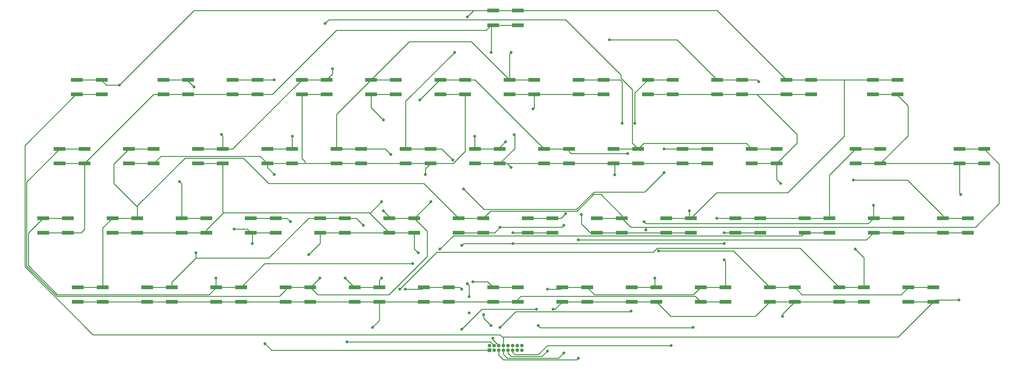
<source format=gbl>
G04 #@! TF.GenerationSoftware,KiCad,Pcbnew,(5.1.10)-1*
G04 #@! TF.CreationDate,2022-01-19T11:14:15-05:00*
G04 #@! TF.ProjectId,CoCo1SwitchBoard,436f436f-3153-4776-9974-6368426f6172,1.0*
G04 #@! TF.SameCoordinates,Original*
G04 #@! TF.FileFunction,Copper,L2,Bot*
G04 #@! TF.FilePolarity,Positive*
%FSLAX46Y46*%
G04 Gerber Fmt 4.6, Leading zero omitted, Abs format (unit mm)*
G04 Created by KiCad (PCBNEW (5.1.10)-1) date 2022-01-19 11:14:15*
%MOMM*%
%LPD*%
G01*
G04 APERTURE LIST*
G04 #@! TA.AperFunction,ComponentPad*
%ADD10O,1.000000X1.000000*%
G04 #@! TD*
G04 #@! TA.AperFunction,ComponentPad*
%ADD11R,1.000000X1.000000*%
G04 #@! TD*
G04 #@! TA.AperFunction,SMDPad,CuDef*
%ADD12R,3.200000X1.000000*%
G04 #@! TD*
G04 #@! TA.AperFunction,ViaPad*
%ADD13C,0.800000*%
G04 #@! TD*
G04 #@! TA.AperFunction,Conductor*
%ADD14C,0.250000*%
G04 #@! TD*
G04 APERTURE END LIST*
D10*
X144449800Y-2030000D03*
X144449800Y-3300000D03*
X143179800Y-2030000D03*
X143179800Y-3300000D03*
X141909800Y-2030000D03*
X141909800Y-3300000D03*
X140639800Y-2030000D03*
X140639800Y-3300000D03*
X139369800Y-2030000D03*
X139369800Y-3300000D03*
X138099800Y-2030000D03*
X138099800Y-3300000D03*
X136829800Y-2030000D03*
X136829800Y-3300000D03*
X135559800Y-2030000D03*
D11*
X135559800Y-3300000D03*
D12*
X247650000Y71000000D03*
X240850000Y71000000D03*
X240850000Y67000000D03*
X247650000Y67000000D03*
X29150000Y71000000D03*
X22350000Y71000000D03*
X22350000Y67000000D03*
X29150000Y67000000D03*
X223900000Y71000000D03*
X217100000Y71000000D03*
X217100000Y67000000D03*
X223900000Y67000000D03*
X143400000Y14000000D03*
X136600000Y14000000D03*
X136600000Y10000000D03*
X143400000Y10000000D03*
X143400000Y90000000D03*
X136600000Y90000000D03*
X136600000Y86000000D03*
X143400000Y86000000D03*
X57900000Y33000000D03*
X51100000Y33000000D03*
X51100000Y29000000D03*
X57900000Y29000000D03*
X190900000Y33000000D03*
X184100000Y33000000D03*
X184100000Y29000000D03*
X190900000Y29000000D03*
X119400000Y52000000D03*
X112600000Y52000000D03*
X112600000Y48000000D03*
X119400000Y48000000D03*
X204900000Y71000000D03*
X198100000Y71000000D03*
X198100000Y67000000D03*
X204900000Y67000000D03*
X124400000Y14000000D03*
X117600000Y14000000D03*
X117600000Y10000000D03*
X124400000Y10000000D03*
X266900000Y33000000D03*
X260100000Y33000000D03*
X260100000Y29000000D03*
X266900000Y29000000D03*
X109900000Y71000000D03*
X103100000Y71000000D03*
X103100000Y67000000D03*
X109900000Y67000000D03*
X147900000Y71000000D03*
X141100000Y71000000D03*
X141100000Y67000000D03*
X147900000Y67000000D03*
X100400000Y52000000D03*
X93600000Y52000000D03*
X93600000Y48000000D03*
X100400000Y48000000D03*
X238400000Y14000000D03*
X231600000Y14000000D03*
X231600000Y10000000D03*
X238400000Y10000000D03*
X105400000Y14000000D03*
X98600000Y14000000D03*
X98600000Y10000000D03*
X105400000Y10000000D03*
X247900000Y33000000D03*
X241100000Y33000000D03*
X241100000Y29000000D03*
X247900000Y29000000D03*
X152900000Y33000000D03*
X146100000Y33000000D03*
X146100000Y29000000D03*
X152900000Y29000000D03*
X166900000Y71000000D03*
X160100000Y71000000D03*
X160100000Y67000000D03*
X166900000Y67000000D03*
X76900000Y33000000D03*
X70100000Y33000000D03*
X70100000Y29000000D03*
X76900000Y29000000D03*
X185900000Y71000000D03*
X179100000Y71000000D03*
X179100000Y67000000D03*
X185900000Y67000000D03*
X86400000Y14000000D03*
X79600000Y14000000D03*
X79600000Y10000000D03*
X86400000Y10000000D03*
X24400000Y52000000D03*
X17600000Y52000000D03*
X17600000Y48000000D03*
X24400000Y48000000D03*
X114900000Y33000000D03*
X108100000Y33000000D03*
X108100000Y29000000D03*
X114900000Y29000000D03*
X195400000Y52000000D03*
X188600000Y52000000D03*
X188600000Y48000000D03*
X195400000Y48000000D03*
X81400000Y52000000D03*
X74600000Y52000000D03*
X74600000Y48000000D03*
X81400000Y48000000D03*
X214400000Y52000000D03*
X207600000Y52000000D03*
X207600000Y48000000D03*
X214400000Y48000000D03*
X67400000Y14000000D03*
X60600000Y14000000D03*
X60600000Y10000000D03*
X67400000Y10000000D03*
X19900000Y33000000D03*
X13100000Y33000000D03*
X13100000Y29000000D03*
X19900000Y29000000D03*
X62400000Y52000000D03*
X55600000Y52000000D03*
X55600000Y48000000D03*
X62400000Y48000000D03*
X176400000Y52000000D03*
X169600000Y52000000D03*
X169600000Y48000000D03*
X176400000Y48000000D03*
X90900000Y71000000D03*
X84100000Y71000000D03*
X84100000Y67000000D03*
X90900000Y67000000D03*
X257400000Y14000000D03*
X250600000Y14000000D03*
X250600000Y10000000D03*
X257400000Y10000000D03*
X219400000Y14000000D03*
X212600000Y14000000D03*
X212600000Y10000000D03*
X219400000Y10000000D03*
X48400000Y14000000D03*
X41600000Y14000000D03*
X41600000Y10000000D03*
X48400000Y10000000D03*
X52900000Y71000000D03*
X46100000Y71000000D03*
X46100000Y67000000D03*
X52900000Y67000000D03*
X95900000Y33000000D03*
X89100000Y33000000D03*
X89100000Y29000000D03*
X95900000Y29000000D03*
X157400000Y52000000D03*
X150600000Y52000000D03*
X150600000Y48000000D03*
X157400000Y48000000D03*
X128900000Y71000000D03*
X122100000Y71000000D03*
X122100000Y67000000D03*
X128900000Y67000000D03*
X271400000Y52000000D03*
X264600000Y52000000D03*
X264600000Y48000000D03*
X271400000Y48000000D03*
X181400000Y14000000D03*
X174600000Y14000000D03*
X174600000Y10000000D03*
X181400000Y10000000D03*
X29400000Y14000000D03*
X22600000Y14000000D03*
X22600000Y10000000D03*
X29400000Y10000000D03*
X133900000Y33000000D03*
X127100000Y33000000D03*
X127100000Y29000000D03*
X133900000Y29000000D03*
X38900000Y33000000D03*
X32100000Y33000000D03*
X32100000Y29000000D03*
X38900000Y29000000D03*
X171900000Y33000000D03*
X165100000Y33000000D03*
X165100000Y29000000D03*
X171900000Y29000000D03*
X43400000Y52000000D03*
X36600000Y52000000D03*
X36600000Y48000000D03*
X43400000Y48000000D03*
X242900000Y52000000D03*
X236100000Y52000000D03*
X236100000Y48000000D03*
X242900000Y48000000D03*
X162400000Y14000000D03*
X155600000Y14000000D03*
X155600000Y10000000D03*
X162400000Y10000000D03*
X200400000Y14000000D03*
X193600000Y14000000D03*
X193600000Y10000000D03*
X200400000Y10000000D03*
X71900000Y71000000D03*
X65100000Y71000000D03*
X65100000Y67000000D03*
X71900000Y67000000D03*
X209900000Y33000000D03*
X203100000Y33000000D03*
X203100000Y29000000D03*
X209900000Y29000000D03*
X138400000Y52000000D03*
X131600000Y52000000D03*
X131600000Y48000000D03*
X138400000Y48000000D03*
X228900000Y33000000D03*
X222100000Y33000000D03*
X222100000Y29000000D03*
X228900000Y29000000D03*
D13*
X50500000Y43000000D03*
X34000000Y69500000D03*
X126000000Y78500000D03*
X125500000Y49000000D03*
X131000000Y15500000D03*
X129500000Y88225010D03*
X149000000Y3500000D03*
X191500000Y3000000D03*
X190500000Y35000000D03*
X235500000Y43500000D03*
X209500000Y70500000D03*
X108500000Y50500000D03*
X112500000Y13500000D03*
X128000000Y13500000D03*
X168500000Y82000000D03*
X141500000Y78500000D03*
X172000000Y59000000D03*
X178000000Y32000000D03*
X81000000Y32000000D03*
X96000000Y16500000D03*
X106000000Y16500000D03*
X236000000Y24500000D03*
X241000000Y36500000D03*
X111000000Y13500000D03*
X156500000Y34224979D03*
X175500000Y59000000D03*
X183500000Y52000000D03*
X81500000Y55500000D03*
X106500000Y35000000D03*
X119500000Y37500000D03*
X128500000Y41000000D03*
X183500000Y45500000D03*
X89000000Y16500000D03*
X62000000Y56000000D03*
X60500000Y16500000D03*
X90500000Y86500000D03*
X92500000Y74000000D03*
X114500000Y20500000D03*
X129500000Y15000000D03*
X130000000Y11500000D03*
X130000000Y7000000D03*
X136000000Y3500000D03*
X134000000Y6500000D03*
X55000000Y23500000D03*
X54500000Y69000000D03*
X101000000Y31000000D03*
X116500000Y65500000D03*
X182000000Y24000000D03*
X185500000Y-2000000D03*
X173500000Y50725010D03*
X138500000Y3000000D03*
X174500000Y7500000D03*
X181000000Y16500000D03*
X178500000Y29725000D03*
X76500000Y71000000D03*
X131500000Y55500000D03*
X200000000Y21500000D03*
X198000000Y33000000D03*
X140000000Y54000000D03*
X151500000Y13500000D03*
X151500000Y-3500000D03*
X265000000Y39500000D03*
X264500000Y10500000D03*
X156000000Y-4000000D03*
X153000000Y8000000D03*
X215500000Y42500000D03*
X216000000Y6000000D03*
X136500000Y0D03*
X103500000Y3000000D03*
X136000000Y78500000D03*
X138500000Y30500000D03*
X160000000Y-5500000D03*
X156000000Y31000000D03*
X160000000Y27000000D03*
X106500000Y60000000D03*
X106000000Y37500000D03*
X96500000Y-1000000D03*
X86000000Y23000000D03*
X200000000Y29000000D03*
X200000000Y26000000D03*
X142000000Y26000000D03*
X142000000Y29000000D03*
X116000000Y23500000D03*
X128000000Y25500000D03*
X147500000Y63000000D03*
X128000000Y2500000D03*
X148500000Y8000000D03*
X142349845Y55875165D03*
X170000000Y44874990D03*
X141500000Y46925010D03*
X160800000Y34000000D03*
X76500000Y45000000D03*
X65500000Y30000000D03*
X74000000Y-1500000D03*
X70500000Y26000000D03*
X122000000Y24500000D03*
X118000000Y45000000D03*
D14*
X142900000Y90000000D02*
X136100000Y90000000D01*
X51100000Y33000000D02*
X57900000Y33000000D01*
X28900000Y71000000D02*
X22100000Y71000000D01*
X112600000Y52000000D02*
X119400000Y52000000D01*
X143400000Y14000000D02*
X136600000Y14000000D01*
X184100000Y33000000D02*
X190900000Y33000000D01*
X51100000Y42400000D02*
X50500000Y43000000D01*
X51100000Y33000000D02*
X51100000Y42400000D01*
X30400000Y69500000D02*
X28900000Y71000000D01*
X34000000Y69500000D02*
X30400000Y69500000D01*
X198100000Y90000000D02*
X217100000Y71000000D01*
X142900000Y90000000D02*
X198100000Y90000000D01*
X217500000Y40000000D02*
X233000000Y55500000D01*
X233000000Y55500000D02*
X233000000Y71000000D01*
X197900000Y40000000D02*
X217500000Y40000000D01*
X190900000Y33000000D02*
X197900000Y40000000D01*
X233000000Y71000000D02*
X217100000Y71000000D01*
X247400000Y71000000D02*
X233000000Y71000000D01*
X54500000Y90000000D02*
X34000000Y69500000D01*
X136100000Y90000000D02*
X54500000Y90000000D01*
X112600000Y65100000D02*
X126000000Y78500000D01*
X112600000Y52000000D02*
X112600000Y65100000D01*
X122500000Y52000000D02*
X125500000Y49000000D01*
X119400000Y52000000D02*
X122500000Y52000000D01*
X135100000Y15500000D02*
X136600000Y14000000D01*
X131000000Y15500000D02*
X135100000Y15500000D01*
X136100000Y90000000D02*
X131274990Y90000000D01*
X131274990Y90000000D02*
X129500000Y88225010D01*
X191445411Y2945411D02*
X191500000Y3000000D01*
X149554589Y2945411D02*
X191445411Y2945411D01*
X149000000Y3500000D02*
X149554589Y2945411D01*
X190500000Y33400000D02*
X190900000Y33000000D01*
X190500000Y35000000D02*
X190500000Y33400000D01*
X266900000Y33000000D02*
X260100000Y33000000D01*
X204900000Y71000000D02*
X198100000Y71000000D01*
X147900000Y71000000D02*
X141100000Y71000000D01*
X100400000Y52000000D02*
X93600000Y52000000D01*
X117600000Y14000000D02*
X124400000Y14000000D01*
X103100000Y71000000D02*
X109900000Y71000000D01*
X250350000Y43500000D02*
X235500000Y43500000D01*
X260100000Y33750000D02*
X250350000Y43500000D01*
X260100000Y33000000D02*
X260100000Y33750000D01*
X209000000Y71000000D02*
X204900000Y71000000D01*
X209500000Y70500000D02*
X209000000Y71000000D01*
X93600000Y61500000D02*
X93600000Y52000000D01*
X103100000Y71000000D02*
X93600000Y61500000D01*
X113600000Y81500000D02*
X103100000Y71000000D01*
X130600000Y81500000D02*
X113600000Y81500000D01*
X141100000Y71000000D02*
X130600000Y81500000D01*
X107000000Y52000000D02*
X108500000Y50500000D01*
X100400000Y52000000D02*
X107000000Y52000000D01*
X117100000Y13500000D02*
X117600000Y14000000D01*
X112500000Y13500000D02*
X117100000Y13500000D01*
X127500000Y14000000D02*
X128000000Y13500000D01*
X124400000Y14000000D02*
X127500000Y14000000D01*
X187100000Y82000000D02*
X168500000Y82000000D01*
X198100000Y71000000D02*
X187100000Y82000000D01*
X141100000Y78100000D02*
X141100000Y71000000D01*
X141500000Y78500000D02*
X141100000Y78100000D01*
X70100000Y33000000D02*
X76900000Y33000000D01*
X166900000Y71000000D02*
X160100000Y71000000D01*
X247900000Y33000000D02*
X241100000Y33000000D01*
X238400000Y14000000D02*
X231600000Y14000000D01*
X98600000Y14000000D02*
X105400000Y14000000D01*
X152900000Y33000000D02*
X146100000Y33000000D01*
X178500000Y31500000D02*
X178000000Y32000000D01*
X239600000Y31500000D02*
X178500000Y31500000D01*
X241100000Y33000000D02*
X239600000Y31500000D01*
X80000000Y33000000D02*
X81000000Y32000000D01*
X76900000Y33000000D02*
X80000000Y33000000D01*
X98500000Y14000000D02*
X98600000Y14000000D01*
X96000000Y16500000D02*
X98500000Y14000000D01*
X172000000Y70500000D02*
X172000000Y59000000D01*
X166900000Y71000000D02*
X171500000Y71000000D01*
X171500000Y71000000D02*
X172000000Y70500000D01*
X105400000Y15900000D02*
X106000000Y16500000D01*
X105400000Y14000000D02*
X105400000Y15900000D01*
X238400000Y22100000D02*
X236000000Y24500000D01*
X238400000Y14000000D02*
X238400000Y22100000D01*
X241000000Y33100000D02*
X241100000Y33000000D01*
X241000000Y36500000D02*
X241000000Y33100000D01*
X121151999Y23651999D02*
X111000000Y13500000D01*
X180578997Y23651999D02*
X121151999Y23651999D01*
X220874999Y24725001D02*
X181651999Y24725001D01*
X181651999Y24725001D02*
X180578997Y23651999D01*
X231600000Y14000000D02*
X220874999Y24725001D01*
X152900000Y33000000D02*
X155275021Y33000000D01*
X155275021Y33000000D02*
X156500000Y34224979D01*
X179100000Y71000000D02*
X185900000Y71000000D01*
X24400000Y52000000D02*
X17600000Y52000000D01*
X74600000Y52000000D02*
X81400000Y52000000D01*
X108100000Y33000000D02*
X114900000Y33000000D01*
X195400000Y52000000D02*
X188600000Y52000000D01*
X79600000Y14000000D02*
X86400000Y14000000D01*
X17600000Y52000000D02*
X8500000Y42900000D01*
X8500000Y42900000D02*
X8500000Y19863589D01*
X8500000Y19863589D02*
X16813600Y11549989D01*
X16813600Y11549989D02*
X77899989Y11549989D01*
X77899989Y11549989D02*
X79600000Y13250000D01*
X79600000Y13250000D02*
X79600000Y14000000D01*
X175500000Y67400000D02*
X175500000Y59000000D01*
X179100000Y71000000D02*
X175500000Y67400000D01*
X183500000Y52000000D02*
X188600000Y52000000D01*
X81400000Y55400000D02*
X81500000Y55500000D01*
X81400000Y52000000D02*
X81400000Y55400000D01*
X108100000Y33400000D02*
X108100000Y33000000D01*
X106500000Y35000000D02*
X108100000Y33400000D01*
X115000000Y33000000D02*
X119500000Y37500000D01*
X114900000Y33000000D02*
X115000000Y33000000D01*
X118500000Y22500000D02*
X118500000Y29400000D01*
X118500000Y29400000D02*
X114900000Y33000000D01*
X108000000Y12000000D02*
X118500000Y22500000D01*
X88400000Y12000000D02*
X108000000Y12000000D01*
X86400000Y14000000D02*
X88400000Y12000000D01*
X86500000Y14000000D02*
X89000000Y16500000D01*
X86400000Y14000000D02*
X86500000Y14000000D01*
X134100000Y35400000D02*
X159490585Y35400000D01*
X183100001Y45100001D02*
X183500000Y45500000D01*
X159490585Y35400000D02*
X164265597Y40175012D01*
X164265597Y40175012D02*
X178175012Y40175012D01*
X178175012Y40175012D02*
X183100001Y45100001D01*
X128500000Y41000000D02*
X134100000Y35400000D01*
X67400000Y14000000D02*
X60600000Y14000000D01*
X62400000Y52000000D02*
X55600000Y52000000D01*
X19900000Y33000000D02*
X13100000Y33000000D01*
X84100000Y71000000D02*
X90900000Y71000000D01*
X214400000Y52000000D02*
X207600000Y52000000D01*
X176400000Y52000000D02*
X169600000Y52000000D01*
X58600000Y12000000D02*
X60600000Y14000000D01*
X17000000Y12000000D02*
X58600000Y12000000D01*
X9000000Y20000000D02*
X17000000Y12000000D01*
X9000000Y28900000D02*
X9000000Y20000000D01*
X13100000Y33000000D02*
X9000000Y28900000D01*
X65100000Y52000000D02*
X84100000Y71000000D01*
X62400000Y52000000D02*
X65100000Y52000000D01*
X177900000Y53500000D02*
X176400000Y52000000D01*
X206100000Y53500000D02*
X177900000Y53500000D01*
X207600000Y52000000D02*
X206100000Y53500000D01*
X62400000Y55600000D02*
X62000000Y56000000D01*
X62400000Y52000000D02*
X62400000Y55600000D01*
X60500000Y14100000D02*
X60600000Y14000000D01*
X60500000Y16500000D02*
X60500000Y14100000D01*
X92500000Y72600000D02*
X90900000Y71000000D01*
X92500000Y74000000D02*
X92500000Y72600000D01*
X91500000Y87500000D02*
X90500000Y86500000D01*
X156500000Y87500000D02*
X91500000Y87500000D01*
X171686400Y72313600D02*
X156500000Y87500000D01*
X174774999Y68361412D02*
X171686400Y71450011D01*
X174774999Y53625001D02*
X174774999Y68361412D01*
X171686400Y71450011D02*
X171686400Y72313600D01*
X176400000Y52000000D02*
X174774999Y53625001D01*
X73900000Y20500000D02*
X114500000Y20500000D01*
X67400000Y14000000D02*
X73900000Y20500000D01*
X130000000Y14500000D02*
X130000000Y11500000D01*
X129500000Y15000000D02*
X130000000Y14500000D01*
X134000000Y5500000D02*
X134000000Y6500000D01*
X136000000Y3500000D02*
X134000000Y5500000D01*
X122100000Y71000000D02*
X128900000Y71000000D01*
X52900000Y71000000D02*
X46100000Y71000000D01*
X89100000Y33000000D02*
X95900000Y33000000D01*
X48400000Y14000000D02*
X41600000Y14000000D01*
X157400000Y52000000D02*
X150600000Y52000000D01*
X257400000Y14000000D02*
X250600000Y14000000D01*
X219400000Y14000000D02*
X212600000Y14000000D01*
X48400000Y14000000D02*
X48400000Y15400000D01*
X48400000Y15400000D02*
X55000000Y22000000D01*
X55000000Y22000000D02*
X75000000Y22000000D01*
X86000000Y33000000D02*
X89100000Y33000000D01*
X75000000Y22000000D02*
X86000000Y33000000D01*
X55000000Y22000000D02*
X55000000Y23500000D01*
X52900000Y70600000D02*
X52900000Y71000000D01*
X54500000Y69000000D02*
X52900000Y70600000D01*
X131600000Y71000000D02*
X150600000Y52000000D01*
X128900000Y71000000D02*
X131600000Y71000000D01*
X99000000Y33000000D02*
X101000000Y31000000D01*
X95900000Y33000000D02*
X99000000Y33000000D01*
X122000000Y71000000D02*
X122100000Y71000000D01*
X116500000Y65500000D02*
X122000000Y71000000D01*
X202600000Y24000000D02*
X182000000Y24000000D01*
X212600000Y14000000D02*
X202600000Y24000000D01*
X151500000Y-2000000D02*
X185500000Y-2000000D01*
X142500000Y-4500000D02*
X149000000Y-4500000D01*
X141909800Y-3909800D02*
X142500000Y-4500000D01*
X149000000Y-4500000D02*
X151500000Y-2000000D01*
X141909800Y-3300000D02*
X141909800Y-3909800D01*
X221400000Y12000000D02*
X219400000Y14000000D01*
X248600000Y12000000D02*
X221400000Y12000000D01*
X250600000Y14000000D02*
X248600000Y12000000D01*
X157400000Y52000000D02*
X157400000Y51250000D01*
X157400000Y51250000D02*
X157924990Y50725010D01*
X157924990Y50725010D02*
X173500000Y50725010D01*
X38900000Y33000000D02*
X32100000Y33000000D01*
X29400000Y14000000D02*
X22600000Y14000000D01*
X36600000Y52000000D02*
X43400000Y52000000D01*
X264600000Y52000000D02*
X271400000Y52000000D01*
X181400000Y14000000D02*
X174600000Y14000000D01*
X171900000Y33000000D02*
X165100000Y33000000D01*
X133900000Y33000000D02*
X127100000Y33000000D01*
X29400000Y30300000D02*
X32100000Y33000000D01*
X29400000Y14000000D02*
X29400000Y30300000D01*
X117600000Y42500000D02*
X127100000Y33000000D01*
X75000000Y42500000D02*
X117600000Y42500000D01*
X52000000Y49500000D02*
X68000000Y49500000D01*
X38900000Y36400000D02*
X52000000Y49500000D01*
X68000000Y49500000D02*
X75000000Y42500000D01*
X38900000Y33000000D02*
X38900000Y36400000D01*
X32500000Y47900000D02*
X36600000Y52000000D01*
X32500000Y42500000D02*
X32500000Y47900000D01*
X38900000Y36100000D02*
X32500000Y42500000D01*
X38900000Y33000000D02*
X38900000Y36100000D01*
X174274999Y7274999D02*
X174500000Y7500000D01*
X142774999Y7274999D02*
X174274999Y7274999D01*
X138500000Y3000000D02*
X142774999Y7274999D01*
X181000000Y14400000D02*
X181400000Y14000000D01*
X181000000Y16500000D02*
X181000000Y14400000D01*
X174400000Y30500000D02*
X171900000Y33000000D01*
X275500000Y37000000D02*
X269000000Y30500000D01*
X275500000Y47900000D02*
X275500000Y37000000D01*
X271400000Y52000000D02*
X275500000Y47900000D01*
X178500000Y30500000D02*
X178500000Y29725000D01*
X269000000Y30500000D02*
X178500000Y30500000D01*
X178500000Y30500000D02*
X174400000Y30500000D01*
X171900000Y33750000D02*
X171900000Y33000000D01*
X159676985Y34949989D02*
X164251998Y39525002D01*
X135849989Y34949989D02*
X159676985Y34949989D01*
X164251998Y39525002D02*
X166124998Y39525002D01*
X166124998Y39525002D02*
X171900000Y33750000D01*
X133900000Y33000000D02*
X135849989Y34949989D01*
X65100000Y71000000D02*
X71900000Y71000000D01*
X138400000Y52000000D02*
X131600000Y52000000D01*
X242900000Y52000000D02*
X236100000Y52000000D01*
X228900000Y33000000D02*
X203100000Y33000000D01*
X200400000Y14000000D02*
X193600000Y14000000D01*
X162400000Y14000000D02*
X155600000Y14000000D01*
X71900000Y71000000D02*
X76500000Y71000000D01*
X131500000Y52100000D02*
X131600000Y52000000D01*
X131500000Y55500000D02*
X131500000Y52100000D01*
X228900000Y44800000D02*
X228900000Y33000000D01*
X236100000Y52000000D02*
X228900000Y44800000D01*
X164400000Y12000000D02*
X191600000Y12000000D01*
X162400000Y14000000D02*
X164400000Y12000000D01*
X191600000Y12000000D02*
X193600000Y14000000D01*
X200400000Y21100000D02*
X200000000Y21500000D01*
X200400000Y14000000D02*
X200400000Y21100000D01*
X198000000Y33000000D02*
X203100000Y33000000D01*
X138400000Y52400000D02*
X140000000Y54000000D01*
X138400000Y52000000D02*
X138400000Y52400000D01*
X155100000Y13500000D02*
X155600000Y14000000D01*
X151500000Y13500000D02*
X155100000Y13500000D01*
X150000000Y-5000000D02*
X151500000Y-3500000D01*
X140639800Y-3300000D02*
X140639800Y-4139800D01*
X140639800Y-4139800D02*
X141500000Y-5000000D01*
X141500000Y-5000000D02*
X150000000Y-5000000D01*
X247400000Y67000000D02*
X240600000Y67000000D01*
X271400000Y48000000D02*
X236100000Y48000000D01*
X28900000Y67000000D02*
X22100000Y67000000D01*
X257400000Y10000000D02*
X250600000Y10000000D01*
X139369800Y130200D02*
X139369800Y-2030000D01*
X138500000Y1000000D02*
X139369800Y130200D01*
X26727179Y1000000D02*
X138500000Y1000000D01*
X8049991Y19677188D02*
X26727179Y1000000D01*
X8049991Y52949991D02*
X8049991Y19677188D01*
X22100000Y67000000D02*
X8049991Y52949991D01*
X250500000Y63900000D02*
X247400000Y67000000D01*
X250500000Y55600000D02*
X250500000Y63900000D01*
X242900000Y48000000D02*
X250500000Y55600000D01*
X264600000Y39900000D02*
X265000000Y39500000D01*
X264600000Y48000000D02*
X264600000Y39900000D01*
X257900000Y10500000D02*
X257400000Y10000000D01*
X264500000Y10500000D02*
X257900000Y10500000D01*
X139369800Y130200D02*
X139369800Y369800D01*
X247769800Y369800D02*
X257400000Y10000000D01*
X139369800Y369800D02*
X247769800Y369800D01*
X223900000Y67000000D02*
X179100000Y67000000D01*
X238400000Y10000000D02*
X212600000Y10000000D01*
X214400000Y48000000D02*
X207600000Y48000000D01*
X181400000Y10000000D02*
X155600000Y10000000D01*
X204900000Y67000000D02*
X209000000Y67000000D01*
X209000000Y67000000D02*
X220000000Y56000000D01*
X220000000Y53600000D02*
X214400000Y48000000D01*
X220000000Y56000000D02*
X220000000Y53600000D01*
X153600000Y8000000D02*
X155600000Y10000000D01*
X153000000Y8000000D02*
X153600000Y8000000D01*
X155600001Y-4399999D02*
X156000000Y-4000000D01*
X154549989Y-5450011D02*
X155600001Y-4399999D01*
X140450011Y-5450011D02*
X154549989Y-5450011D01*
X139369800Y-3300000D02*
X139369800Y-4369800D01*
X139369800Y-4369800D02*
X140450011Y-5450011D01*
X185400000Y6000000D02*
X181400000Y10000000D01*
X208600000Y6000000D02*
X185400000Y6000000D01*
X212600000Y10000000D02*
X208600000Y6000000D01*
X214400000Y43600000D02*
X215500000Y42500000D01*
X214400000Y48000000D02*
X214400000Y43600000D01*
X216000000Y6600000D02*
X219400000Y10000000D01*
X216000000Y6000000D02*
X216000000Y6600000D01*
X22600000Y10000000D02*
X143400000Y10000000D01*
X200400000Y10000000D02*
X193600000Y10000000D01*
X193600000Y10000000D02*
X192050011Y11549989D01*
X192050011Y11549989D02*
X144199989Y11549989D01*
X144199989Y11549989D02*
X143400000Y10750000D01*
X143400000Y10750000D02*
X143400000Y10000000D01*
X136500000Y-430200D02*
X136500000Y0D01*
X138099800Y-2030000D02*
X136500000Y-430200D01*
X105400000Y4900000D02*
X105400000Y10000000D01*
X103500000Y3000000D02*
X105400000Y4900000D01*
X142900000Y86000000D02*
X136100000Y86000000D01*
X266900000Y29000000D02*
X241100000Y29000000D01*
X19900000Y29000000D02*
X13100000Y29000000D01*
X17600000Y48000000D02*
X24400000Y48000000D01*
X71900000Y67000000D02*
X46100000Y67000000D01*
X133900000Y29000000D02*
X127100000Y29000000D01*
X43400000Y67000000D02*
X24400000Y48000000D01*
X46100000Y67000000D02*
X43400000Y67000000D01*
X19900000Y29000000D02*
X23500000Y29000000D01*
X24400000Y29900000D02*
X24400000Y48000000D01*
X23500000Y29000000D02*
X24400000Y29900000D01*
X134700000Y84600000D02*
X136100000Y86000000D01*
X93600000Y84600000D02*
X134700000Y84600000D01*
X76000000Y67000000D02*
X93600000Y84600000D01*
X71900000Y67000000D02*
X76000000Y67000000D01*
X136100000Y78600000D02*
X136000000Y78500000D01*
X136100000Y86000000D02*
X136100000Y78600000D01*
X137000000Y29000000D02*
X133900000Y29000000D01*
X138500000Y30500000D02*
X137000000Y29000000D01*
X155500000Y30500000D02*
X138500000Y30500000D01*
X156000000Y31000000D02*
X155500000Y30500000D01*
X238500000Y27000000D02*
X160000000Y27000000D01*
X239100000Y27000000D02*
X238500000Y27000000D01*
X241100000Y29000000D02*
X239100000Y27000000D01*
X159599978Y-5900022D02*
X159600001Y-5899999D01*
X139400022Y-5900022D02*
X159599978Y-5900022D01*
X159600001Y-5899999D02*
X160000000Y-5500000D01*
X138099800Y-4599800D02*
X139400022Y-5900022D01*
X138099800Y-3300000D02*
X138099800Y-4599800D01*
X114900000Y29000000D02*
X89100000Y29000000D01*
X57900000Y29000000D02*
X32100000Y29000000D01*
X55600000Y48000000D02*
X62400000Y48000000D01*
X109900000Y67000000D02*
X103100000Y67000000D01*
X152900000Y29000000D02*
X146100000Y29000000D01*
X203100000Y29000000D02*
X209900000Y29000000D01*
X102600000Y34500000D02*
X108100000Y29000000D01*
X62650000Y34500000D02*
X102600000Y34500000D01*
X57900000Y29750000D02*
X62650000Y34500000D01*
X57900000Y29000000D02*
X57900000Y29750000D01*
X62400000Y34750000D02*
X62650000Y34500000D01*
X62400000Y48000000D02*
X62400000Y34750000D01*
X103100000Y63400000D02*
X106500000Y60000000D01*
X103100000Y67000000D02*
X103100000Y63400000D01*
X103000000Y34500000D02*
X102600000Y34500000D01*
X106000000Y37500000D02*
X103000000Y34500000D01*
X135799800Y-1000000D02*
X96500000Y-1000000D01*
X136829800Y-2030000D02*
X135799800Y-1000000D01*
X89100000Y26100000D02*
X89100000Y29000000D01*
X86000000Y23000000D02*
X89100000Y26100000D01*
X203100000Y29000000D02*
X200000000Y29000000D01*
X200000000Y26000000D02*
X142000000Y26000000D01*
X142000000Y29000000D02*
X146100000Y29000000D01*
X114900000Y24600000D02*
X116000000Y23500000D01*
X114900000Y29000000D02*
X114900000Y24600000D01*
X128500000Y26000000D02*
X142000000Y26000000D01*
X128000000Y25500000D02*
X128500000Y26000000D01*
X166900000Y67000000D02*
X141100000Y67000000D01*
X165100000Y29000000D02*
X190900000Y29000000D01*
X147900000Y63400000D02*
X147900000Y67000000D01*
X147500000Y63000000D02*
X147900000Y63400000D01*
X133500000Y8000000D02*
X148500000Y8000000D01*
X128000000Y2500000D02*
X133500000Y8000000D01*
X140425010Y48000000D02*
X141500000Y46925010D01*
X169600000Y48000000D02*
X170000000Y47600000D01*
X138400000Y48000000D02*
X142500000Y52100000D01*
X170000000Y47600000D02*
X170000000Y44874990D01*
X138400000Y48000000D02*
X140425010Y48000000D01*
X142500000Y52100000D02*
X142500000Y55725010D01*
X142500000Y55725010D02*
X142349845Y55875165D01*
X165100000Y29000000D02*
X163250000Y29000000D01*
X160800000Y31450000D02*
X160800000Y34000000D01*
X163250000Y29000000D02*
X160800000Y31450000D01*
X131600000Y48000000D02*
X138400000Y48000000D01*
X138400000Y48000000D02*
X150600000Y48000000D01*
X150600000Y48000000D02*
X157400000Y48000000D01*
X157400000Y48000000D02*
X169600000Y48000000D01*
X169600000Y48000000D02*
X176400000Y48000000D01*
X176400000Y48000000D02*
X195400000Y48000000D01*
X36600000Y48000000D02*
X43400000Y48000000D01*
X84100000Y67000000D02*
X90900000Y67000000D01*
X122100000Y67000000D02*
X128900000Y67000000D01*
X76900000Y29000000D02*
X70100000Y29000000D01*
X222100000Y29000000D02*
X228900000Y29000000D01*
X84100000Y67000000D02*
X84100000Y49400000D01*
X85000000Y48500000D02*
X85000000Y48000000D01*
X84100000Y49400000D02*
X85000000Y48500000D01*
X85000000Y48000000D02*
X74600000Y48000000D01*
X119400000Y48000000D02*
X85000000Y48000000D01*
X72600000Y50000000D02*
X74600000Y48000000D01*
X45400000Y50000000D02*
X72600000Y50000000D01*
X43400000Y48000000D02*
X45400000Y50000000D01*
X74600000Y46900000D02*
X76500000Y45000000D01*
X74600000Y48000000D02*
X74600000Y46900000D01*
X69100000Y30000000D02*
X70100000Y29000000D01*
X65500000Y30000000D02*
X69100000Y30000000D01*
X128900000Y51326998D02*
X128900000Y67000000D01*
X125573002Y48000000D02*
X128900000Y51326998D01*
X119400000Y48000000D02*
X125573002Y48000000D01*
X75800000Y-3300000D02*
X74000000Y-1500000D01*
X135559800Y-3300000D02*
X75800000Y-3300000D01*
X70500000Y28600000D02*
X70100000Y29000000D01*
X70500000Y26000000D02*
X70500000Y28600000D01*
X125674999Y28174999D02*
X122000000Y24500000D01*
X221274999Y28174999D02*
X125674999Y28174999D01*
X222100000Y29000000D02*
X221274999Y28174999D01*
X118000000Y46600000D02*
X119400000Y48000000D01*
X118000000Y45000000D02*
X118000000Y46600000D01*
M02*

</source>
